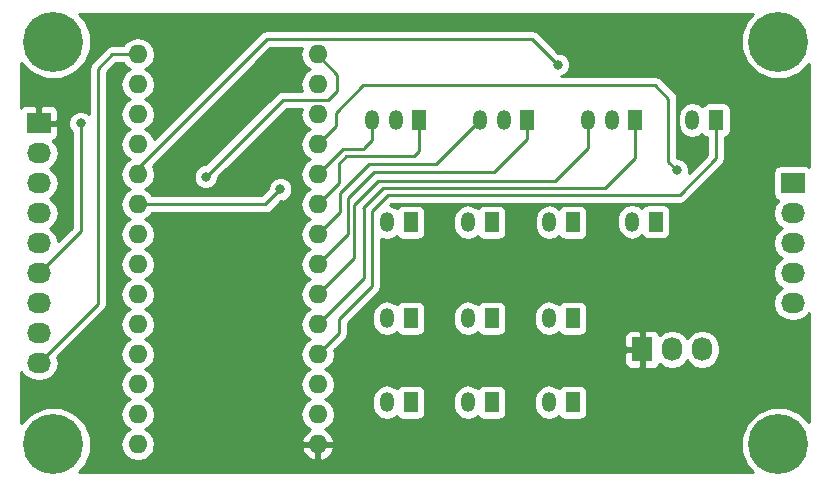
<source format=gtl>
G04 #@! TF.FileFunction,Copper,L1,Top,Signal*
%FSLAX46Y46*%
G04 Gerber Fmt 4.6, Leading zero omitted, Abs format (unit mm)*
G04 Created by KiCad (PCBNEW 4.0.1-stable) date 2016/05/21 17:47:10*
%MOMM*%
G01*
G04 APERTURE LIST*
%ADD10C,0.100000*%
%ADD11C,5.080000*%
%ADD12R,2.032000X1.727200*%
%ADD13O,2.032000X1.727200*%
%ADD14R,1.727200X2.032000*%
%ADD15O,1.727200X2.032000*%
%ADD16R,1.198880X1.699260*%
%ADD17O,1.198880X1.699260*%
%ADD18O,1.600000X1.600000*%
%ADD19C,0.800000*%
%ADD20C,0.250000*%
%ADD21C,0.254000*%
G04 APERTURE END LIST*
D10*
D11*
X153301700Y-87896700D03*
X153301700Y-53797200D03*
D12*
X90678000Y-60686950D03*
D13*
X90678000Y-63226950D03*
X90678000Y-65766950D03*
X90678000Y-68306950D03*
X90678000Y-70846950D03*
X90678000Y-73386950D03*
X90678000Y-75926950D03*
X90678000Y-78466950D03*
X90678000Y-81006950D03*
D14*
X141767560Y-79852520D03*
D15*
X144307560Y-79852520D03*
X146847560Y-79852520D03*
D16*
X122158760Y-84328000D03*
D17*
X120157240Y-84328000D03*
D16*
X129016760Y-84328000D03*
D17*
X127015240Y-84328000D03*
D16*
X135874760Y-84328000D03*
D17*
X133873240Y-84328000D03*
D18*
X99060000Y-87884000D03*
X99060000Y-85344000D03*
X99060000Y-82804000D03*
X99060000Y-80264000D03*
X99060000Y-77724000D03*
X99060000Y-75184000D03*
X99060000Y-72644000D03*
X99060000Y-70104000D03*
X99060000Y-67564000D03*
X99060000Y-65024000D03*
X99060000Y-62484000D03*
X99060000Y-59944000D03*
X99060000Y-57404000D03*
X99060000Y-54864000D03*
X114300000Y-54864000D03*
X114300000Y-57404000D03*
X114300000Y-59944000D03*
X114300000Y-62484000D03*
X114300000Y-65024000D03*
X114300000Y-67564000D03*
X114300000Y-70104000D03*
X114300000Y-72644000D03*
X114300000Y-75184000D03*
X114300000Y-77724000D03*
X114300000Y-80264000D03*
X114300000Y-82804000D03*
X114300000Y-85344000D03*
X114300000Y-87884000D03*
D11*
X91897200Y-53797200D03*
X91897200Y-87896700D03*
D16*
X122158760Y-77216000D03*
D17*
X120157240Y-77216000D03*
D16*
X129016760Y-77216000D03*
D17*
X127015240Y-77216000D03*
D16*
X135874760Y-77216000D03*
D17*
X133873240Y-77216000D03*
D16*
X122158760Y-69088000D03*
D17*
X120157240Y-69088000D03*
D16*
X129016760Y-69088000D03*
D17*
X127015240Y-69088000D03*
D16*
X135895080Y-69095620D03*
D17*
X133893560Y-69095620D03*
D16*
X142908020Y-69039740D03*
D17*
X140906500Y-69039740D03*
D16*
X122905520Y-60452000D03*
D17*
X118902480Y-60452000D03*
X120904000Y-60452000D03*
D16*
X132049520Y-60452000D03*
D17*
X128046480Y-60452000D03*
X130048000Y-60452000D03*
D16*
X141193520Y-60452000D03*
D17*
X137190480Y-60452000D03*
X139192000Y-60452000D03*
D16*
X148021040Y-60441840D03*
D17*
X146019520Y-60441840D03*
D12*
X154520900Y-65766950D03*
D13*
X154520900Y-68306950D03*
X154520900Y-70846950D03*
X154520900Y-73386950D03*
X154520900Y-75926950D03*
D19*
X94234000Y-60706000D03*
X104825800Y-65227200D03*
X144703800Y-64693800D03*
X111125000Y-66294000D03*
X134620000Y-55753000D03*
D20*
X114300000Y-87884000D02*
X135636000Y-87884000D01*
X141767560Y-81752440D02*
X135636000Y-87884000D01*
X141767560Y-81752440D02*
X141767560Y-79852520D01*
X90678000Y-73386950D02*
X90697050Y-73386950D01*
X90697050Y-73386950D02*
X94234000Y-69850000D01*
X94234000Y-69850000D02*
X94234000Y-60706000D01*
X114300000Y-54940200D02*
X115951000Y-56591200D01*
X115951000Y-56591200D02*
X115951000Y-57962800D01*
X115951000Y-57962800D02*
X115214400Y-58699400D01*
X115214400Y-58699400D02*
X113995200Y-58699400D01*
X104825800Y-65227200D02*
X111353600Y-58699400D01*
X111353600Y-58699400D02*
X113995200Y-58699400D01*
X99060000Y-54864000D02*
X97536000Y-54864000D01*
X95707200Y-75977750D02*
X90678000Y-81006950D01*
X95707200Y-56083200D02*
X95707200Y-75977750D01*
X96926400Y-54864000D02*
X95707200Y-56083200D01*
X97536000Y-54864000D02*
X96926400Y-54864000D01*
X118135400Y-57505600D02*
X142875000Y-57505600D01*
X143992600Y-63982600D02*
X144703800Y-64693800D01*
X143992600Y-58623200D02*
X143992600Y-63982600D01*
X142875000Y-57505600D02*
X143992600Y-58623200D01*
X115824000Y-60960000D02*
X115824000Y-59817000D01*
X115824000Y-59817000D02*
X118135400Y-57505600D01*
X115824000Y-60960000D02*
X114300000Y-62484000D01*
X99060000Y-67564000D02*
X109855000Y-67564000D01*
X109855000Y-67564000D02*
X111125000Y-66294000D01*
X132461000Y-53594000D02*
X134620000Y-55753000D01*
X109982000Y-53594000D02*
X132461000Y-53594000D01*
X98552000Y-65024000D02*
X109982000Y-53594000D01*
X116713000Y-63500000D02*
X122453400Y-63500000D01*
X116078000Y-64135000D02*
X116713000Y-63500000D01*
X114300000Y-67564000D02*
X116078000Y-65786000D01*
X122905520Y-63047880D02*
X122453400Y-63500000D01*
X122905520Y-63047880D02*
X122905520Y-60452000D01*
X116078000Y-65786000D02*
X116078000Y-64135000D01*
X114300000Y-65024000D02*
X115443000Y-63881000D01*
X118902480Y-62148720D02*
X118902480Y-60452000D01*
X118902480Y-62148720D02*
X118211600Y-62839600D01*
X118186200Y-62865000D02*
X118211600Y-62839600D01*
X116459000Y-62865000D02*
X118186200Y-62865000D01*
X115443000Y-63881000D02*
X116459000Y-62865000D01*
X114300000Y-72644000D02*
X116459000Y-70485000D01*
X116840000Y-67056000D02*
X116967000Y-66929000D01*
X116840000Y-70104000D02*
X116840000Y-67056000D01*
X116713000Y-70231000D02*
X116840000Y-70104000D01*
X116459000Y-70485000D02*
X116713000Y-70231000D01*
X132049520Y-60452000D02*
X132049520Y-62031880D01*
X119049800Y-64846200D02*
X116967000Y-66929000D01*
X116967000Y-66929000D02*
X116878100Y-67017900D01*
X129235200Y-64846200D02*
X119049800Y-64846200D01*
X132049520Y-62031880D02*
X129235200Y-64846200D01*
X114300000Y-70104000D02*
X115570000Y-68834000D01*
X124338080Y-64160400D02*
X128046480Y-60452000D01*
X118618000Y-64160400D02*
X124338080Y-64160400D01*
X116205000Y-66573400D02*
X118618000Y-64160400D01*
X116205000Y-68199000D02*
X116205000Y-66573400D01*
X115570000Y-68834000D02*
X116205000Y-68199000D01*
X114300000Y-77724000D02*
X116713000Y-75311000D01*
X118237000Y-67818000D02*
X119862600Y-66192400D01*
X118237000Y-73787000D02*
X118237000Y-67818000D01*
X116713000Y-75311000D02*
X118237000Y-73787000D01*
X141193520Y-60452000D02*
X141193520Y-63632080D01*
X119862600Y-66192400D02*
X118160800Y-67894200D01*
X138633200Y-66192400D02*
X119862600Y-66192400D01*
X141193520Y-63632080D02*
X138633200Y-66192400D01*
X114300000Y-75184000D02*
X117094000Y-72390000D01*
X117348000Y-67614800D02*
X117424200Y-67538600D01*
X117348000Y-72136000D02*
X117348000Y-67614800D01*
X117094000Y-72390000D02*
X117348000Y-72136000D01*
X117424200Y-67538600D02*
X119380000Y-65582800D01*
X119380000Y-65582800D02*
X134416800Y-65582800D01*
X134416800Y-65582800D02*
X137190480Y-62809120D01*
X137190480Y-62809120D02*
X137190480Y-60452000D01*
X114300000Y-80264000D02*
X116078000Y-78486000D01*
X148021040Y-63687960D02*
X148021040Y-60441840D01*
X144957800Y-66751200D02*
X148021040Y-63687960D01*
X120218200Y-66751200D02*
X144957800Y-66751200D01*
X118872000Y-68097400D02*
X120218200Y-66751200D01*
X118872000Y-74498200D02*
X118872000Y-68097400D01*
X116078000Y-77292200D02*
X118872000Y-74498200D01*
X116078000Y-78486000D02*
X116078000Y-77292200D01*
D21*
G36*
X150611635Y-51996359D02*
X150127252Y-53162883D01*
X150126150Y-54425976D01*
X150608496Y-55593343D01*
X151500859Y-56487265D01*
X152667383Y-56971648D01*
X153930476Y-56972750D01*
X155097843Y-56490404D01*
X155906000Y-55683656D01*
X155906000Y-64387005D01*
X155788790Y-64306919D01*
X155536900Y-64255910D01*
X153504900Y-64255910D01*
X153269583Y-64300188D01*
X153053459Y-64439260D01*
X152908469Y-64651460D01*
X152857460Y-64903350D01*
X152857460Y-66630550D01*
X152901738Y-66865867D01*
X153040810Y-67081991D01*
X153253010Y-67226981D01*
X153294339Y-67235350D01*
X153276485Y-67247280D01*
X152951629Y-67733461D01*
X152837555Y-68306950D01*
X152951629Y-68880439D01*
X153276485Y-69366620D01*
X153591266Y-69576950D01*
X153276485Y-69787280D01*
X152951629Y-70273461D01*
X152837555Y-70846950D01*
X152951629Y-71420439D01*
X153276485Y-71906620D01*
X153591266Y-72116950D01*
X153276485Y-72327280D01*
X152951629Y-72813461D01*
X152837555Y-73386950D01*
X152951629Y-73960439D01*
X153276485Y-74446620D01*
X153591266Y-74656950D01*
X153276485Y-74867280D01*
X152951629Y-75353461D01*
X152837555Y-75926950D01*
X152951629Y-76500439D01*
X153276485Y-76986620D01*
X153762666Y-77311476D01*
X154336155Y-77425550D01*
X154705645Y-77425550D01*
X155279134Y-77311476D01*
X155765315Y-76986620D01*
X155906000Y-76776070D01*
X155906000Y-86011498D01*
X155102541Y-85206635D01*
X153936017Y-84722252D01*
X152672924Y-84721150D01*
X151505557Y-85203496D01*
X150611635Y-86095859D01*
X150127252Y-87262383D01*
X150126150Y-88525476D01*
X150608496Y-89692843D01*
X151123653Y-90208900D01*
X94075013Y-90208900D01*
X94587265Y-89697541D01*
X95071648Y-88531017D01*
X95072750Y-87267924D01*
X94590404Y-86100557D01*
X93698041Y-85206635D01*
X92531517Y-84722252D01*
X91268424Y-84721150D01*
X90101057Y-85203496D01*
X89207135Y-86095859D01*
X89204000Y-86103409D01*
X89204000Y-81723022D01*
X89433585Y-82066620D01*
X89919766Y-82391476D01*
X90493255Y-82505550D01*
X90862745Y-82505550D01*
X91436234Y-82391476D01*
X91922415Y-82066620D01*
X92247271Y-81580439D01*
X92361345Y-81006950D01*
X92260381Y-80499371D01*
X96244601Y-76515151D01*
X96409348Y-76268589D01*
X96467200Y-75977750D01*
X96467200Y-56398002D01*
X97241202Y-55624000D01*
X97847005Y-55624000D01*
X98017189Y-55878698D01*
X98399275Y-56134000D01*
X98017189Y-56389302D01*
X97706120Y-56854849D01*
X97596887Y-57404000D01*
X97706120Y-57953151D01*
X98017189Y-58418698D01*
X98399275Y-58674000D01*
X98017189Y-58929302D01*
X97706120Y-59394849D01*
X97596887Y-59944000D01*
X97706120Y-60493151D01*
X98017189Y-60958698D01*
X98399275Y-61214000D01*
X98017189Y-61469302D01*
X97706120Y-61934849D01*
X97596887Y-62484000D01*
X97706120Y-63033151D01*
X98017189Y-63498698D01*
X98399275Y-63754000D01*
X98017189Y-64009302D01*
X97706120Y-64474849D01*
X97596887Y-65024000D01*
X97706120Y-65573151D01*
X98017189Y-66038698D01*
X98399275Y-66294000D01*
X98017189Y-66549302D01*
X97706120Y-67014849D01*
X97596887Y-67564000D01*
X97706120Y-68113151D01*
X98017189Y-68578698D01*
X98399275Y-68834000D01*
X98017189Y-69089302D01*
X97706120Y-69554849D01*
X97596887Y-70104000D01*
X97706120Y-70653151D01*
X98017189Y-71118698D01*
X98399275Y-71374000D01*
X98017189Y-71629302D01*
X97706120Y-72094849D01*
X97596887Y-72644000D01*
X97706120Y-73193151D01*
X98017189Y-73658698D01*
X98399275Y-73914000D01*
X98017189Y-74169302D01*
X97706120Y-74634849D01*
X97596887Y-75184000D01*
X97706120Y-75733151D01*
X98017189Y-76198698D01*
X98399275Y-76454000D01*
X98017189Y-76709302D01*
X97706120Y-77174849D01*
X97596887Y-77724000D01*
X97706120Y-78273151D01*
X98017189Y-78738698D01*
X98399275Y-78994000D01*
X98017189Y-79249302D01*
X97706120Y-79714849D01*
X97596887Y-80264000D01*
X97706120Y-80813151D01*
X98017189Y-81278698D01*
X98399275Y-81534000D01*
X98017189Y-81789302D01*
X97706120Y-82254849D01*
X97596887Y-82804000D01*
X97706120Y-83353151D01*
X98017189Y-83818698D01*
X98399275Y-84074000D01*
X98017189Y-84329302D01*
X97706120Y-84794849D01*
X97596887Y-85344000D01*
X97706120Y-85893151D01*
X98017189Y-86358698D01*
X98399275Y-86614000D01*
X98017189Y-86869302D01*
X97706120Y-87334849D01*
X97596887Y-87884000D01*
X97706120Y-88433151D01*
X98017189Y-88898698D01*
X98482736Y-89209767D01*
X99031887Y-89319000D01*
X99088113Y-89319000D01*
X99637264Y-89209767D01*
X100102811Y-88898698D01*
X100413880Y-88433151D01*
X100453684Y-88233039D01*
X112908096Y-88233039D01*
X113068959Y-88621423D01*
X113444866Y-89036389D01*
X113950959Y-89275914D01*
X114173000Y-89154629D01*
X114173000Y-88011000D01*
X114427000Y-88011000D01*
X114427000Y-89154629D01*
X114649041Y-89275914D01*
X115155134Y-89036389D01*
X115531041Y-88621423D01*
X115691904Y-88233039D01*
X115569915Y-88011000D01*
X114427000Y-88011000D01*
X114173000Y-88011000D01*
X113030085Y-88011000D01*
X112908096Y-88233039D01*
X100453684Y-88233039D01*
X100523113Y-87884000D01*
X100413880Y-87334849D01*
X100102811Y-86869302D01*
X99720725Y-86614000D01*
X100102811Y-86358698D01*
X100413880Y-85893151D01*
X100523113Y-85344000D01*
X100413880Y-84794849D01*
X100102811Y-84329302D01*
X99720725Y-84074000D01*
X100102811Y-83818698D01*
X100413880Y-83353151D01*
X100523113Y-82804000D01*
X100413880Y-82254849D01*
X100102811Y-81789302D01*
X99720725Y-81534000D01*
X100102811Y-81278698D01*
X100413880Y-80813151D01*
X100523113Y-80264000D01*
X100413880Y-79714849D01*
X100102811Y-79249302D01*
X99720725Y-78994000D01*
X100102811Y-78738698D01*
X100413880Y-78273151D01*
X100523113Y-77724000D01*
X100413880Y-77174849D01*
X100102811Y-76709302D01*
X99720725Y-76454000D01*
X100102811Y-76198698D01*
X100413880Y-75733151D01*
X100523113Y-75184000D01*
X100413880Y-74634849D01*
X100102811Y-74169302D01*
X99720725Y-73914000D01*
X100102811Y-73658698D01*
X100413880Y-73193151D01*
X100523113Y-72644000D01*
X100413880Y-72094849D01*
X100102811Y-71629302D01*
X99720725Y-71374000D01*
X100102811Y-71118698D01*
X100413880Y-70653151D01*
X100523113Y-70104000D01*
X100413880Y-69554849D01*
X100102811Y-69089302D01*
X99720725Y-68834000D01*
X100102811Y-68578698D01*
X100272995Y-68324000D01*
X109855000Y-68324000D01*
X110145839Y-68266148D01*
X110392401Y-68101401D01*
X111164767Y-67329035D01*
X111329971Y-67329179D01*
X111710515Y-67171942D01*
X112001919Y-66881046D01*
X112159820Y-66500777D01*
X112160179Y-66089029D01*
X112002942Y-65708485D01*
X111712046Y-65417081D01*
X111331777Y-65259180D01*
X110920029Y-65258821D01*
X110539485Y-65416058D01*
X110248081Y-65706954D01*
X110090180Y-66087223D01*
X110090034Y-66254164D01*
X109540198Y-66804000D01*
X100272995Y-66804000D01*
X100102811Y-66549302D01*
X99720725Y-66294000D01*
X100102811Y-66038698D01*
X100413880Y-65573151D01*
X100523113Y-65024000D01*
X100413880Y-64474849D01*
X100318580Y-64332222D01*
X110296802Y-54354000D01*
X112938332Y-54354000D01*
X112836887Y-54864000D01*
X112946120Y-55413151D01*
X113257189Y-55878698D01*
X113639275Y-56134000D01*
X113257189Y-56389302D01*
X112946120Y-56854849D01*
X112836887Y-57404000D01*
X112943385Y-57939400D01*
X111353600Y-57939400D01*
X111062760Y-57997252D01*
X110816199Y-58161999D01*
X104786033Y-64192165D01*
X104620829Y-64192021D01*
X104240285Y-64349258D01*
X103948881Y-64640154D01*
X103790980Y-65020423D01*
X103790621Y-65432171D01*
X103947858Y-65812715D01*
X104238754Y-66104119D01*
X104619023Y-66262020D01*
X105030771Y-66262379D01*
X105411315Y-66105142D01*
X105702719Y-65814246D01*
X105860620Y-65433977D01*
X105860766Y-65267036D01*
X111668402Y-59459400D01*
X112933280Y-59459400D01*
X112836887Y-59944000D01*
X112946120Y-60493151D01*
X113257189Y-60958698D01*
X113639275Y-61214000D01*
X113257189Y-61469302D01*
X112946120Y-61934849D01*
X112836887Y-62484000D01*
X112946120Y-63033151D01*
X113257189Y-63498698D01*
X113639275Y-63754000D01*
X113257189Y-64009302D01*
X112946120Y-64474849D01*
X112836887Y-65024000D01*
X112946120Y-65573151D01*
X113257189Y-66038698D01*
X113639275Y-66294000D01*
X113257189Y-66549302D01*
X112946120Y-67014849D01*
X112836887Y-67564000D01*
X112946120Y-68113151D01*
X113257189Y-68578698D01*
X113639275Y-68834000D01*
X113257189Y-69089302D01*
X112946120Y-69554849D01*
X112836887Y-70104000D01*
X112946120Y-70653151D01*
X113257189Y-71118698D01*
X113639275Y-71374000D01*
X113257189Y-71629302D01*
X112946120Y-72094849D01*
X112836887Y-72644000D01*
X112946120Y-73193151D01*
X113257189Y-73658698D01*
X113639275Y-73914000D01*
X113257189Y-74169302D01*
X112946120Y-74634849D01*
X112836887Y-75184000D01*
X112946120Y-75733151D01*
X113257189Y-76198698D01*
X113639275Y-76454000D01*
X113257189Y-76709302D01*
X112946120Y-77174849D01*
X112836887Y-77724000D01*
X112946120Y-78273151D01*
X113257189Y-78738698D01*
X113639275Y-78994000D01*
X113257189Y-79249302D01*
X112946120Y-79714849D01*
X112836887Y-80264000D01*
X112946120Y-80813151D01*
X113257189Y-81278698D01*
X113639275Y-81534000D01*
X113257189Y-81789302D01*
X112946120Y-82254849D01*
X112836887Y-82804000D01*
X112946120Y-83353151D01*
X113257189Y-83818698D01*
X113639275Y-84074000D01*
X113257189Y-84329302D01*
X112946120Y-84794849D01*
X112836887Y-85344000D01*
X112946120Y-85893151D01*
X113257189Y-86358698D01*
X113661703Y-86628986D01*
X113444866Y-86731611D01*
X113068959Y-87146577D01*
X112908096Y-87534961D01*
X113030085Y-87757000D01*
X114173000Y-87757000D01*
X114173000Y-87737000D01*
X114427000Y-87737000D01*
X114427000Y-87757000D01*
X115569915Y-87757000D01*
X115691904Y-87534961D01*
X115531041Y-87146577D01*
X115155134Y-86731611D01*
X114938297Y-86628986D01*
X115342811Y-86358698D01*
X115653880Y-85893151D01*
X115763113Y-85344000D01*
X115653880Y-84794849D01*
X115342811Y-84329302D01*
X114960725Y-84074000D01*
X114998553Y-84048724D01*
X118922800Y-84048724D01*
X118922800Y-84607276D01*
X119016766Y-85079676D01*
X119284359Y-85480157D01*
X119684840Y-85747750D01*
X120157240Y-85841716D01*
X120629640Y-85747750D01*
X121008642Y-85494509D01*
X121095230Y-85629071D01*
X121307430Y-85774061D01*
X121559320Y-85825070D01*
X122758200Y-85825070D01*
X122993517Y-85780792D01*
X123209641Y-85641720D01*
X123354631Y-85429520D01*
X123405640Y-85177630D01*
X123405640Y-84048724D01*
X125780800Y-84048724D01*
X125780800Y-84607276D01*
X125874766Y-85079676D01*
X126142359Y-85480157D01*
X126542840Y-85747750D01*
X127015240Y-85841716D01*
X127487640Y-85747750D01*
X127866642Y-85494509D01*
X127953230Y-85629071D01*
X128165430Y-85774061D01*
X128417320Y-85825070D01*
X129616200Y-85825070D01*
X129851517Y-85780792D01*
X130067641Y-85641720D01*
X130212631Y-85429520D01*
X130263640Y-85177630D01*
X130263640Y-84048724D01*
X132638800Y-84048724D01*
X132638800Y-84607276D01*
X132732766Y-85079676D01*
X133000359Y-85480157D01*
X133400840Y-85747750D01*
X133873240Y-85841716D01*
X134345640Y-85747750D01*
X134724642Y-85494509D01*
X134811230Y-85629071D01*
X135023430Y-85774061D01*
X135275320Y-85825070D01*
X136474200Y-85825070D01*
X136709517Y-85780792D01*
X136925641Y-85641720D01*
X137070631Y-85429520D01*
X137121640Y-85177630D01*
X137121640Y-83478370D01*
X137077362Y-83243053D01*
X136938290Y-83026929D01*
X136726090Y-82881939D01*
X136474200Y-82830930D01*
X135275320Y-82830930D01*
X135040003Y-82875208D01*
X134823879Y-83014280D01*
X134723716Y-83160873D01*
X134345640Y-82908250D01*
X133873240Y-82814284D01*
X133400840Y-82908250D01*
X133000359Y-83175843D01*
X132732766Y-83576324D01*
X132638800Y-84048724D01*
X130263640Y-84048724D01*
X130263640Y-83478370D01*
X130219362Y-83243053D01*
X130080290Y-83026929D01*
X129868090Y-82881939D01*
X129616200Y-82830930D01*
X128417320Y-82830930D01*
X128182003Y-82875208D01*
X127965879Y-83014280D01*
X127865716Y-83160873D01*
X127487640Y-82908250D01*
X127015240Y-82814284D01*
X126542840Y-82908250D01*
X126142359Y-83175843D01*
X125874766Y-83576324D01*
X125780800Y-84048724D01*
X123405640Y-84048724D01*
X123405640Y-83478370D01*
X123361362Y-83243053D01*
X123222290Y-83026929D01*
X123010090Y-82881939D01*
X122758200Y-82830930D01*
X121559320Y-82830930D01*
X121324003Y-82875208D01*
X121107879Y-83014280D01*
X121007716Y-83160873D01*
X120629640Y-82908250D01*
X120157240Y-82814284D01*
X119684840Y-82908250D01*
X119284359Y-83175843D01*
X119016766Y-83576324D01*
X118922800Y-84048724D01*
X114998553Y-84048724D01*
X115342811Y-83818698D01*
X115653880Y-83353151D01*
X115763113Y-82804000D01*
X115653880Y-82254849D01*
X115342811Y-81789302D01*
X114960725Y-81534000D01*
X115342811Y-81278698D01*
X115653880Y-80813151D01*
X115763113Y-80264000D01*
X115738104Y-80138270D01*
X140268960Y-80138270D01*
X140268960Y-80994829D01*
X140365633Y-81228218D01*
X140544261Y-81406847D01*
X140777650Y-81503520D01*
X141481810Y-81503520D01*
X141640560Y-81344770D01*
X141640560Y-79979520D01*
X140427710Y-79979520D01*
X140268960Y-80138270D01*
X115738104Y-80138270D01*
X115698688Y-79940114D01*
X116615401Y-79023401D01*
X116780148Y-78776839D01*
X116838000Y-78486000D01*
X116838000Y-77607002D01*
X117508278Y-76936724D01*
X118922800Y-76936724D01*
X118922800Y-77495276D01*
X119016766Y-77967676D01*
X119284359Y-78368157D01*
X119684840Y-78635750D01*
X120157240Y-78729716D01*
X120629640Y-78635750D01*
X121008642Y-78382509D01*
X121095230Y-78517071D01*
X121307430Y-78662061D01*
X121559320Y-78713070D01*
X122758200Y-78713070D01*
X122993517Y-78668792D01*
X123209641Y-78529720D01*
X123354631Y-78317520D01*
X123405640Y-78065630D01*
X123405640Y-76936724D01*
X125780800Y-76936724D01*
X125780800Y-77495276D01*
X125874766Y-77967676D01*
X126142359Y-78368157D01*
X126542840Y-78635750D01*
X127015240Y-78729716D01*
X127487640Y-78635750D01*
X127866642Y-78382509D01*
X127953230Y-78517071D01*
X128165430Y-78662061D01*
X128417320Y-78713070D01*
X129616200Y-78713070D01*
X129851517Y-78668792D01*
X130067641Y-78529720D01*
X130212631Y-78317520D01*
X130263640Y-78065630D01*
X130263640Y-76936724D01*
X132638800Y-76936724D01*
X132638800Y-77495276D01*
X132732766Y-77967676D01*
X133000359Y-78368157D01*
X133400840Y-78635750D01*
X133873240Y-78729716D01*
X134345640Y-78635750D01*
X134724642Y-78382509D01*
X134811230Y-78517071D01*
X135023430Y-78662061D01*
X135275320Y-78713070D01*
X136474200Y-78713070D01*
X136489394Y-78710211D01*
X140268960Y-78710211D01*
X140268960Y-79566770D01*
X140427710Y-79725520D01*
X141640560Y-79725520D01*
X141640560Y-78360270D01*
X141894560Y-78360270D01*
X141894560Y-79725520D01*
X141914560Y-79725520D01*
X141914560Y-79979520D01*
X141894560Y-79979520D01*
X141894560Y-81344770D01*
X142053310Y-81503520D01*
X142757470Y-81503520D01*
X142990859Y-81406847D01*
X143169487Y-81228218D01*
X143233060Y-81074740D01*
X143247890Y-81096935D01*
X143734071Y-81421791D01*
X144307560Y-81535865D01*
X144881049Y-81421791D01*
X145367230Y-81096935D01*
X145577560Y-80782154D01*
X145787890Y-81096935D01*
X146274071Y-81421791D01*
X146847560Y-81535865D01*
X147421049Y-81421791D01*
X147907230Y-81096935D01*
X148232086Y-80610754D01*
X148346160Y-80037265D01*
X148346160Y-79667775D01*
X148232086Y-79094286D01*
X147907230Y-78608105D01*
X147421049Y-78283249D01*
X146847560Y-78169175D01*
X146274071Y-78283249D01*
X145787890Y-78608105D01*
X145577560Y-78922886D01*
X145367230Y-78608105D01*
X144881049Y-78283249D01*
X144307560Y-78169175D01*
X143734071Y-78283249D01*
X143247890Y-78608105D01*
X143233060Y-78630300D01*
X143169487Y-78476822D01*
X142990859Y-78298193D01*
X142757470Y-78201520D01*
X142053310Y-78201520D01*
X141894560Y-78360270D01*
X141640560Y-78360270D01*
X141481810Y-78201520D01*
X140777650Y-78201520D01*
X140544261Y-78298193D01*
X140365633Y-78476822D01*
X140268960Y-78710211D01*
X136489394Y-78710211D01*
X136709517Y-78668792D01*
X136925641Y-78529720D01*
X137070631Y-78317520D01*
X137121640Y-78065630D01*
X137121640Y-76366370D01*
X137077362Y-76131053D01*
X136938290Y-75914929D01*
X136726090Y-75769939D01*
X136474200Y-75718930D01*
X135275320Y-75718930D01*
X135040003Y-75763208D01*
X134823879Y-75902280D01*
X134723716Y-76048873D01*
X134345640Y-75796250D01*
X133873240Y-75702284D01*
X133400840Y-75796250D01*
X133000359Y-76063843D01*
X132732766Y-76464324D01*
X132638800Y-76936724D01*
X130263640Y-76936724D01*
X130263640Y-76366370D01*
X130219362Y-76131053D01*
X130080290Y-75914929D01*
X129868090Y-75769939D01*
X129616200Y-75718930D01*
X128417320Y-75718930D01*
X128182003Y-75763208D01*
X127965879Y-75902280D01*
X127865716Y-76048873D01*
X127487640Y-75796250D01*
X127015240Y-75702284D01*
X126542840Y-75796250D01*
X126142359Y-76063843D01*
X125874766Y-76464324D01*
X125780800Y-76936724D01*
X123405640Y-76936724D01*
X123405640Y-76366370D01*
X123361362Y-76131053D01*
X123222290Y-75914929D01*
X123010090Y-75769939D01*
X122758200Y-75718930D01*
X121559320Y-75718930D01*
X121324003Y-75763208D01*
X121107879Y-75902280D01*
X121007716Y-76048873D01*
X120629640Y-75796250D01*
X120157240Y-75702284D01*
X119684840Y-75796250D01*
X119284359Y-76063843D01*
X119016766Y-76464324D01*
X118922800Y-76936724D01*
X117508278Y-76936724D01*
X119409401Y-75035601D01*
X119574148Y-74789039D01*
X119632000Y-74498200D01*
X119632000Y-70472443D01*
X119684840Y-70507750D01*
X120157240Y-70601716D01*
X120629640Y-70507750D01*
X121008642Y-70254509D01*
X121095230Y-70389071D01*
X121307430Y-70534061D01*
X121559320Y-70585070D01*
X122758200Y-70585070D01*
X122993517Y-70540792D01*
X123209641Y-70401720D01*
X123354631Y-70189520D01*
X123405640Y-69937630D01*
X123405640Y-68808724D01*
X125780800Y-68808724D01*
X125780800Y-69367276D01*
X125874766Y-69839676D01*
X126142359Y-70240157D01*
X126542840Y-70507750D01*
X127015240Y-70601716D01*
X127487640Y-70507750D01*
X127866642Y-70254509D01*
X127953230Y-70389071D01*
X128165430Y-70534061D01*
X128417320Y-70585070D01*
X129616200Y-70585070D01*
X129851517Y-70540792D01*
X130067641Y-70401720D01*
X130212631Y-70189520D01*
X130263640Y-69937630D01*
X130263640Y-68816344D01*
X132659120Y-68816344D01*
X132659120Y-69374896D01*
X132753086Y-69847296D01*
X133020679Y-70247777D01*
X133421160Y-70515370D01*
X133893560Y-70609336D01*
X134365960Y-70515370D01*
X134744962Y-70262129D01*
X134831550Y-70396691D01*
X135043750Y-70541681D01*
X135295640Y-70592690D01*
X136494520Y-70592690D01*
X136729837Y-70548412D01*
X136945961Y-70409340D01*
X137090951Y-70197140D01*
X137141960Y-69945250D01*
X137141960Y-68760464D01*
X139672060Y-68760464D01*
X139672060Y-69319016D01*
X139766026Y-69791416D01*
X140033619Y-70191897D01*
X140434100Y-70459490D01*
X140906500Y-70553456D01*
X141378900Y-70459490D01*
X141757902Y-70206249D01*
X141844490Y-70340811D01*
X142056690Y-70485801D01*
X142308580Y-70536810D01*
X143507460Y-70536810D01*
X143742777Y-70492532D01*
X143958901Y-70353460D01*
X144103891Y-70141260D01*
X144154900Y-69889370D01*
X144154900Y-68190110D01*
X144110622Y-67954793D01*
X143971550Y-67738669D01*
X143759350Y-67593679D01*
X143507460Y-67542670D01*
X142308580Y-67542670D01*
X142073263Y-67586948D01*
X141857139Y-67726020D01*
X141756976Y-67872613D01*
X141378900Y-67619990D01*
X140906500Y-67526024D01*
X140434100Y-67619990D01*
X140033619Y-67887583D01*
X139766026Y-68288064D01*
X139672060Y-68760464D01*
X137141960Y-68760464D01*
X137141960Y-68245990D01*
X137097682Y-68010673D01*
X136958610Y-67794549D01*
X136746410Y-67649559D01*
X136494520Y-67598550D01*
X135295640Y-67598550D01*
X135060323Y-67642828D01*
X134844199Y-67781900D01*
X134744036Y-67928493D01*
X134365960Y-67675870D01*
X133893560Y-67581904D01*
X133421160Y-67675870D01*
X133020679Y-67943463D01*
X132753086Y-68343944D01*
X132659120Y-68816344D01*
X130263640Y-68816344D01*
X130263640Y-68238370D01*
X130219362Y-68003053D01*
X130080290Y-67786929D01*
X129868090Y-67641939D01*
X129616200Y-67590930D01*
X128417320Y-67590930D01*
X128182003Y-67635208D01*
X127965879Y-67774280D01*
X127865716Y-67920873D01*
X127487640Y-67668250D01*
X127015240Y-67574284D01*
X126542840Y-67668250D01*
X126142359Y-67935843D01*
X125874766Y-68336324D01*
X125780800Y-68808724D01*
X123405640Y-68808724D01*
X123405640Y-68238370D01*
X123361362Y-68003053D01*
X123222290Y-67786929D01*
X123010090Y-67641939D01*
X122758200Y-67590930D01*
X121559320Y-67590930D01*
X121324003Y-67635208D01*
X121107879Y-67774280D01*
X121007716Y-67920873D01*
X120629640Y-67668250D01*
X120418041Y-67626161D01*
X120533002Y-67511200D01*
X144957800Y-67511200D01*
X145248639Y-67453348D01*
X145495201Y-67288601D01*
X148558441Y-64225361D01*
X148723188Y-63978799D01*
X148781040Y-63687960D01*
X148781040Y-61908699D01*
X148855797Y-61894632D01*
X149071921Y-61755560D01*
X149216911Y-61543360D01*
X149267920Y-61291470D01*
X149267920Y-59592210D01*
X149223642Y-59356893D01*
X149084570Y-59140769D01*
X148872370Y-58995779D01*
X148620480Y-58944770D01*
X147421600Y-58944770D01*
X147186283Y-58989048D01*
X146970159Y-59128120D01*
X146869996Y-59274713D01*
X146491920Y-59022090D01*
X146019520Y-58928124D01*
X145547120Y-59022090D01*
X145146639Y-59289683D01*
X144879046Y-59690164D01*
X144785080Y-60162564D01*
X144785080Y-60721116D01*
X144879046Y-61193516D01*
X145146639Y-61593997D01*
X145547120Y-61861590D01*
X146019520Y-61955556D01*
X146491920Y-61861590D01*
X146870922Y-61608349D01*
X146957510Y-61742911D01*
X147169710Y-61887901D01*
X147261040Y-61906396D01*
X147261040Y-63373158D01*
X145738624Y-64895574D01*
X145738979Y-64488829D01*
X145581742Y-64108285D01*
X145290846Y-63816881D01*
X144910577Y-63658980D01*
X144752600Y-63658842D01*
X144752600Y-58623200D01*
X144694748Y-58332361D01*
X144530001Y-58085799D01*
X143412401Y-56968199D01*
X143165839Y-56803452D01*
X142875000Y-56745600D01*
X134928020Y-56745600D01*
X135205515Y-56630942D01*
X135496919Y-56340046D01*
X135654820Y-55959777D01*
X135655179Y-55548029D01*
X135497942Y-55167485D01*
X135207046Y-54876081D01*
X134826777Y-54718180D01*
X134659836Y-54718034D01*
X132998401Y-53056599D01*
X132751839Y-52891852D01*
X132461000Y-52834000D01*
X109982000Y-52834000D01*
X109691161Y-52891852D01*
X109444599Y-53056599D01*
X100439176Y-62062022D01*
X100413880Y-61934849D01*
X100102811Y-61469302D01*
X99720725Y-61214000D01*
X100102811Y-60958698D01*
X100413880Y-60493151D01*
X100523113Y-59944000D01*
X100413880Y-59394849D01*
X100102811Y-58929302D01*
X99720725Y-58674000D01*
X100102811Y-58418698D01*
X100413880Y-57953151D01*
X100523113Y-57404000D01*
X100413880Y-56854849D01*
X100102811Y-56389302D01*
X99720725Y-56134000D01*
X100102811Y-55878698D01*
X100413880Y-55413151D01*
X100523113Y-54864000D01*
X100413880Y-54314849D01*
X100102811Y-53849302D01*
X99637264Y-53538233D01*
X99088113Y-53429000D01*
X99031887Y-53429000D01*
X98482736Y-53538233D01*
X98017189Y-53849302D01*
X97847005Y-54104000D01*
X96926400Y-54104000D01*
X96635560Y-54161852D01*
X96388999Y-54326599D01*
X95169799Y-55545799D01*
X95005052Y-55792361D01*
X94947200Y-56083200D01*
X94947200Y-59955455D01*
X94821046Y-59829081D01*
X94440777Y-59671180D01*
X94029029Y-59670821D01*
X93648485Y-59828058D01*
X93357081Y-60118954D01*
X93199180Y-60499223D01*
X93198821Y-60910971D01*
X93356058Y-61291515D01*
X93474000Y-61409663D01*
X93474000Y-69535198D01*
X92328313Y-70680885D01*
X92247271Y-70273461D01*
X91922415Y-69787280D01*
X91607634Y-69576950D01*
X91922415Y-69366620D01*
X92247271Y-68880439D01*
X92361345Y-68306950D01*
X92247271Y-67733461D01*
X91922415Y-67247280D01*
X91607634Y-67036950D01*
X91922415Y-66826620D01*
X92247271Y-66340439D01*
X92361345Y-65766950D01*
X92247271Y-65193461D01*
X91922415Y-64707280D01*
X91607634Y-64496950D01*
X91922415Y-64286620D01*
X92247271Y-63800439D01*
X92361345Y-63226950D01*
X92247271Y-62653461D01*
X91922415Y-62167280D01*
X91900220Y-62152450D01*
X92053699Y-62088877D01*
X92232327Y-61910248D01*
X92329000Y-61676859D01*
X92329000Y-60972700D01*
X92170250Y-60813950D01*
X90805000Y-60813950D01*
X90805000Y-60833950D01*
X90551000Y-60833950D01*
X90551000Y-60813950D01*
X90531000Y-60813950D01*
X90531000Y-60559950D01*
X90551000Y-60559950D01*
X90551000Y-59347100D01*
X90805000Y-59347100D01*
X90805000Y-60559950D01*
X92170250Y-60559950D01*
X92329000Y-60401200D01*
X92329000Y-59697041D01*
X92232327Y-59463652D01*
X92053699Y-59285023D01*
X91820310Y-59188350D01*
X90963750Y-59188350D01*
X90805000Y-59347100D01*
X90551000Y-59347100D01*
X90392250Y-59188350D01*
X89535690Y-59188350D01*
X89302301Y-59285023D01*
X89204000Y-59383325D01*
X89204000Y-55593347D01*
X90096359Y-56487265D01*
X91262883Y-56971648D01*
X92525976Y-56972750D01*
X93693343Y-56490404D01*
X94587265Y-55598041D01*
X95071648Y-54431517D01*
X95072750Y-53168424D01*
X94590404Y-52001057D01*
X94075247Y-51485000D01*
X151123887Y-51485000D01*
X150611635Y-51996359D01*
X150611635Y-51996359D01*
G37*
X150611635Y-51996359D02*
X150127252Y-53162883D01*
X150126150Y-54425976D01*
X150608496Y-55593343D01*
X151500859Y-56487265D01*
X152667383Y-56971648D01*
X153930476Y-56972750D01*
X155097843Y-56490404D01*
X155906000Y-55683656D01*
X155906000Y-64387005D01*
X155788790Y-64306919D01*
X155536900Y-64255910D01*
X153504900Y-64255910D01*
X153269583Y-64300188D01*
X153053459Y-64439260D01*
X152908469Y-64651460D01*
X152857460Y-64903350D01*
X152857460Y-66630550D01*
X152901738Y-66865867D01*
X153040810Y-67081991D01*
X153253010Y-67226981D01*
X153294339Y-67235350D01*
X153276485Y-67247280D01*
X152951629Y-67733461D01*
X152837555Y-68306950D01*
X152951629Y-68880439D01*
X153276485Y-69366620D01*
X153591266Y-69576950D01*
X153276485Y-69787280D01*
X152951629Y-70273461D01*
X152837555Y-70846950D01*
X152951629Y-71420439D01*
X153276485Y-71906620D01*
X153591266Y-72116950D01*
X153276485Y-72327280D01*
X152951629Y-72813461D01*
X152837555Y-73386950D01*
X152951629Y-73960439D01*
X153276485Y-74446620D01*
X153591266Y-74656950D01*
X153276485Y-74867280D01*
X152951629Y-75353461D01*
X152837555Y-75926950D01*
X152951629Y-76500439D01*
X153276485Y-76986620D01*
X153762666Y-77311476D01*
X154336155Y-77425550D01*
X154705645Y-77425550D01*
X155279134Y-77311476D01*
X155765315Y-76986620D01*
X155906000Y-76776070D01*
X155906000Y-86011498D01*
X155102541Y-85206635D01*
X153936017Y-84722252D01*
X152672924Y-84721150D01*
X151505557Y-85203496D01*
X150611635Y-86095859D01*
X150127252Y-87262383D01*
X150126150Y-88525476D01*
X150608496Y-89692843D01*
X151123653Y-90208900D01*
X94075013Y-90208900D01*
X94587265Y-89697541D01*
X95071648Y-88531017D01*
X95072750Y-87267924D01*
X94590404Y-86100557D01*
X93698041Y-85206635D01*
X92531517Y-84722252D01*
X91268424Y-84721150D01*
X90101057Y-85203496D01*
X89207135Y-86095859D01*
X89204000Y-86103409D01*
X89204000Y-81723022D01*
X89433585Y-82066620D01*
X89919766Y-82391476D01*
X90493255Y-82505550D01*
X90862745Y-82505550D01*
X91436234Y-82391476D01*
X91922415Y-82066620D01*
X92247271Y-81580439D01*
X92361345Y-81006950D01*
X92260381Y-80499371D01*
X96244601Y-76515151D01*
X96409348Y-76268589D01*
X96467200Y-75977750D01*
X96467200Y-56398002D01*
X97241202Y-55624000D01*
X97847005Y-55624000D01*
X98017189Y-55878698D01*
X98399275Y-56134000D01*
X98017189Y-56389302D01*
X97706120Y-56854849D01*
X97596887Y-57404000D01*
X97706120Y-57953151D01*
X98017189Y-58418698D01*
X98399275Y-58674000D01*
X98017189Y-58929302D01*
X97706120Y-59394849D01*
X97596887Y-59944000D01*
X97706120Y-60493151D01*
X98017189Y-60958698D01*
X98399275Y-61214000D01*
X98017189Y-61469302D01*
X97706120Y-61934849D01*
X97596887Y-62484000D01*
X97706120Y-63033151D01*
X98017189Y-63498698D01*
X98399275Y-63754000D01*
X98017189Y-64009302D01*
X97706120Y-64474849D01*
X97596887Y-65024000D01*
X97706120Y-65573151D01*
X98017189Y-66038698D01*
X98399275Y-66294000D01*
X98017189Y-66549302D01*
X97706120Y-67014849D01*
X97596887Y-67564000D01*
X97706120Y-68113151D01*
X98017189Y-68578698D01*
X98399275Y-68834000D01*
X98017189Y-69089302D01*
X97706120Y-69554849D01*
X97596887Y-70104000D01*
X97706120Y-70653151D01*
X98017189Y-71118698D01*
X98399275Y-71374000D01*
X98017189Y-71629302D01*
X97706120Y-72094849D01*
X97596887Y-72644000D01*
X97706120Y-73193151D01*
X98017189Y-73658698D01*
X98399275Y-73914000D01*
X98017189Y-74169302D01*
X97706120Y-74634849D01*
X97596887Y-75184000D01*
X97706120Y-75733151D01*
X98017189Y-76198698D01*
X98399275Y-76454000D01*
X98017189Y-76709302D01*
X97706120Y-77174849D01*
X97596887Y-77724000D01*
X97706120Y-78273151D01*
X98017189Y-78738698D01*
X98399275Y-78994000D01*
X98017189Y-79249302D01*
X97706120Y-79714849D01*
X97596887Y-80264000D01*
X97706120Y-80813151D01*
X98017189Y-81278698D01*
X98399275Y-81534000D01*
X98017189Y-81789302D01*
X97706120Y-82254849D01*
X97596887Y-82804000D01*
X97706120Y-83353151D01*
X98017189Y-83818698D01*
X98399275Y-84074000D01*
X98017189Y-84329302D01*
X97706120Y-84794849D01*
X97596887Y-85344000D01*
X97706120Y-85893151D01*
X98017189Y-86358698D01*
X98399275Y-86614000D01*
X98017189Y-86869302D01*
X97706120Y-87334849D01*
X97596887Y-87884000D01*
X97706120Y-88433151D01*
X98017189Y-88898698D01*
X98482736Y-89209767D01*
X99031887Y-89319000D01*
X99088113Y-89319000D01*
X99637264Y-89209767D01*
X100102811Y-88898698D01*
X100413880Y-88433151D01*
X100453684Y-88233039D01*
X112908096Y-88233039D01*
X113068959Y-88621423D01*
X113444866Y-89036389D01*
X113950959Y-89275914D01*
X114173000Y-89154629D01*
X114173000Y-88011000D01*
X114427000Y-88011000D01*
X114427000Y-89154629D01*
X114649041Y-89275914D01*
X115155134Y-89036389D01*
X115531041Y-88621423D01*
X115691904Y-88233039D01*
X115569915Y-88011000D01*
X114427000Y-88011000D01*
X114173000Y-88011000D01*
X113030085Y-88011000D01*
X112908096Y-88233039D01*
X100453684Y-88233039D01*
X100523113Y-87884000D01*
X100413880Y-87334849D01*
X100102811Y-86869302D01*
X99720725Y-86614000D01*
X100102811Y-86358698D01*
X100413880Y-85893151D01*
X100523113Y-85344000D01*
X100413880Y-84794849D01*
X100102811Y-84329302D01*
X99720725Y-84074000D01*
X100102811Y-83818698D01*
X100413880Y-83353151D01*
X100523113Y-82804000D01*
X100413880Y-82254849D01*
X100102811Y-81789302D01*
X99720725Y-81534000D01*
X100102811Y-81278698D01*
X100413880Y-80813151D01*
X100523113Y-80264000D01*
X100413880Y-79714849D01*
X100102811Y-79249302D01*
X99720725Y-78994000D01*
X100102811Y-78738698D01*
X100413880Y-78273151D01*
X100523113Y-77724000D01*
X100413880Y-77174849D01*
X100102811Y-76709302D01*
X99720725Y-76454000D01*
X100102811Y-76198698D01*
X100413880Y-75733151D01*
X100523113Y-75184000D01*
X100413880Y-74634849D01*
X100102811Y-74169302D01*
X99720725Y-73914000D01*
X100102811Y-73658698D01*
X100413880Y-73193151D01*
X100523113Y-72644000D01*
X100413880Y-72094849D01*
X100102811Y-71629302D01*
X99720725Y-71374000D01*
X100102811Y-71118698D01*
X100413880Y-70653151D01*
X100523113Y-70104000D01*
X100413880Y-69554849D01*
X100102811Y-69089302D01*
X99720725Y-68834000D01*
X100102811Y-68578698D01*
X100272995Y-68324000D01*
X109855000Y-68324000D01*
X110145839Y-68266148D01*
X110392401Y-68101401D01*
X111164767Y-67329035D01*
X111329971Y-67329179D01*
X111710515Y-67171942D01*
X112001919Y-66881046D01*
X112159820Y-66500777D01*
X112160179Y-66089029D01*
X112002942Y-65708485D01*
X111712046Y-65417081D01*
X111331777Y-65259180D01*
X110920029Y-65258821D01*
X110539485Y-65416058D01*
X110248081Y-65706954D01*
X110090180Y-66087223D01*
X110090034Y-66254164D01*
X109540198Y-66804000D01*
X100272995Y-66804000D01*
X100102811Y-66549302D01*
X99720725Y-66294000D01*
X100102811Y-66038698D01*
X100413880Y-65573151D01*
X100523113Y-65024000D01*
X100413880Y-64474849D01*
X100318580Y-64332222D01*
X110296802Y-54354000D01*
X112938332Y-54354000D01*
X112836887Y-54864000D01*
X112946120Y-55413151D01*
X113257189Y-55878698D01*
X113639275Y-56134000D01*
X113257189Y-56389302D01*
X112946120Y-56854849D01*
X112836887Y-57404000D01*
X112943385Y-57939400D01*
X111353600Y-57939400D01*
X111062760Y-57997252D01*
X110816199Y-58161999D01*
X104786033Y-64192165D01*
X104620829Y-64192021D01*
X104240285Y-64349258D01*
X103948881Y-64640154D01*
X103790980Y-65020423D01*
X103790621Y-65432171D01*
X103947858Y-65812715D01*
X104238754Y-66104119D01*
X104619023Y-66262020D01*
X105030771Y-66262379D01*
X105411315Y-66105142D01*
X105702719Y-65814246D01*
X105860620Y-65433977D01*
X105860766Y-65267036D01*
X111668402Y-59459400D01*
X112933280Y-59459400D01*
X112836887Y-59944000D01*
X112946120Y-60493151D01*
X113257189Y-60958698D01*
X113639275Y-61214000D01*
X113257189Y-61469302D01*
X112946120Y-61934849D01*
X112836887Y-62484000D01*
X112946120Y-63033151D01*
X113257189Y-63498698D01*
X113639275Y-63754000D01*
X113257189Y-64009302D01*
X112946120Y-64474849D01*
X112836887Y-65024000D01*
X112946120Y-65573151D01*
X113257189Y-66038698D01*
X113639275Y-66294000D01*
X113257189Y-66549302D01*
X112946120Y-67014849D01*
X112836887Y-67564000D01*
X112946120Y-68113151D01*
X113257189Y-68578698D01*
X113639275Y-68834000D01*
X113257189Y-69089302D01*
X112946120Y-69554849D01*
X112836887Y-70104000D01*
X112946120Y-70653151D01*
X113257189Y-71118698D01*
X113639275Y-71374000D01*
X113257189Y-71629302D01*
X112946120Y-72094849D01*
X112836887Y-72644000D01*
X112946120Y-73193151D01*
X113257189Y-73658698D01*
X113639275Y-73914000D01*
X113257189Y-74169302D01*
X112946120Y-74634849D01*
X112836887Y-75184000D01*
X112946120Y-75733151D01*
X113257189Y-76198698D01*
X113639275Y-76454000D01*
X113257189Y-76709302D01*
X112946120Y-77174849D01*
X112836887Y-77724000D01*
X112946120Y-78273151D01*
X113257189Y-78738698D01*
X113639275Y-78994000D01*
X113257189Y-79249302D01*
X112946120Y-79714849D01*
X112836887Y-80264000D01*
X112946120Y-80813151D01*
X113257189Y-81278698D01*
X113639275Y-81534000D01*
X113257189Y-81789302D01*
X112946120Y-82254849D01*
X112836887Y-82804000D01*
X112946120Y-83353151D01*
X113257189Y-83818698D01*
X113639275Y-84074000D01*
X113257189Y-84329302D01*
X112946120Y-84794849D01*
X112836887Y-85344000D01*
X112946120Y-85893151D01*
X113257189Y-86358698D01*
X113661703Y-86628986D01*
X113444866Y-86731611D01*
X113068959Y-87146577D01*
X112908096Y-87534961D01*
X113030085Y-87757000D01*
X114173000Y-87757000D01*
X114173000Y-87737000D01*
X114427000Y-87737000D01*
X114427000Y-87757000D01*
X115569915Y-87757000D01*
X115691904Y-87534961D01*
X115531041Y-87146577D01*
X115155134Y-86731611D01*
X114938297Y-86628986D01*
X115342811Y-86358698D01*
X115653880Y-85893151D01*
X115763113Y-85344000D01*
X115653880Y-84794849D01*
X115342811Y-84329302D01*
X114960725Y-84074000D01*
X114998553Y-84048724D01*
X118922800Y-84048724D01*
X118922800Y-84607276D01*
X119016766Y-85079676D01*
X119284359Y-85480157D01*
X119684840Y-85747750D01*
X120157240Y-85841716D01*
X120629640Y-85747750D01*
X121008642Y-85494509D01*
X121095230Y-85629071D01*
X121307430Y-85774061D01*
X121559320Y-85825070D01*
X122758200Y-85825070D01*
X122993517Y-85780792D01*
X123209641Y-85641720D01*
X123354631Y-85429520D01*
X123405640Y-85177630D01*
X123405640Y-84048724D01*
X125780800Y-84048724D01*
X125780800Y-84607276D01*
X125874766Y-85079676D01*
X126142359Y-85480157D01*
X126542840Y-85747750D01*
X127015240Y-85841716D01*
X127487640Y-85747750D01*
X127866642Y-85494509D01*
X127953230Y-85629071D01*
X128165430Y-85774061D01*
X128417320Y-85825070D01*
X129616200Y-85825070D01*
X129851517Y-85780792D01*
X130067641Y-85641720D01*
X130212631Y-85429520D01*
X130263640Y-85177630D01*
X130263640Y-84048724D01*
X132638800Y-84048724D01*
X132638800Y-84607276D01*
X132732766Y-85079676D01*
X133000359Y-85480157D01*
X133400840Y-85747750D01*
X133873240Y-85841716D01*
X134345640Y-85747750D01*
X134724642Y-85494509D01*
X134811230Y-85629071D01*
X135023430Y-85774061D01*
X135275320Y-85825070D01*
X136474200Y-85825070D01*
X136709517Y-85780792D01*
X136925641Y-85641720D01*
X137070631Y-85429520D01*
X137121640Y-85177630D01*
X137121640Y-83478370D01*
X137077362Y-83243053D01*
X136938290Y-83026929D01*
X136726090Y-82881939D01*
X136474200Y-82830930D01*
X135275320Y-82830930D01*
X135040003Y-82875208D01*
X134823879Y-83014280D01*
X134723716Y-83160873D01*
X134345640Y-82908250D01*
X133873240Y-82814284D01*
X133400840Y-82908250D01*
X133000359Y-83175843D01*
X132732766Y-83576324D01*
X132638800Y-84048724D01*
X130263640Y-84048724D01*
X130263640Y-83478370D01*
X130219362Y-83243053D01*
X130080290Y-83026929D01*
X129868090Y-82881939D01*
X129616200Y-82830930D01*
X128417320Y-82830930D01*
X128182003Y-82875208D01*
X127965879Y-83014280D01*
X127865716Y-83160873D01*
X127487640Y-82908250D01*
X127015240Y-82814284D01*
X126542840Y-82908250D01*
X126142359Y-83175843D01*
X125874766Y-83576324D01*
X125780800Y-84048724D01*
X123405640Y-84048724D01*
X123405640Y-83478370D01*
X123361362Y-83243053D01*
X123222290Y-83026929D01*
X123010090Y-82881939D01*
X122758200Y-82830930D01*
X121559320Y-82830930D01*
X121324003Y-82875208D01*
X121107879Y-83014280D01*
X121007716Y-83160873D01*
X120629640Y-82908250D01*
X120157240Y-82814284D01*
X119684840Y-82908250D01*
X119284359Y-83175843D01*
X119016766Y-83576324D01*
X118922800Y-84048724D01*
X114998553Y-84048724D01*
X115342811Y-83818698D01*
X115653880Y-83353151D01*
X115763113Y-82804000D01*
X115653880Y-82254849D01*
X115342811Y-81789302D01*
X114960725Y-81534000D01*
X115342811Y-81278698D01*
X115653880Y-80813151D01*
X115763113Y-80264000D01*
X115738104Y-80138270D01*
X140268960Y-80138270D01*
X140268960Y-80994829D01*
X140365633Y-81228218D01*
X140544261Y-81406847D01*
X140777650Y-81503520D01*
X141481810Y-81503520D01*
X141640560Y-81344770D01*
X141640560Y-79979520D01*
X140427710Y-79979520D01*
X140268960Y-80138270D01*
X115738104Y-80138270D01*
X115698688Y-79940114D01*
X116615401Y-79023401D01*
X116780148Y-78776839D01*
X116838000Y-78486000D01*
X116838000Y-77607002D01*
X117508278Y-76936724D01*
X118922800Y-76936724D01*
X118922800Y-77495276D01*
X119016766Y-77967676D01*
X119284359Y-78368157D01*
X119684840Y-78635750D01*
X120157240Y-78729716D01*
X120629640Y-78635750D01*
X121008642Y-78382509D01*
X121095230Y-78517071D01*
X121307430Y-78662061D01*
X121559320Y-78713070D01*
X122758200Y-78713070D01*
X122993517Y-78668792D01*
X123209641Y-78529720D01*
X123354631Y-78317520D01*
X123405640Y-78065630D01*
X123405640Y-76936724D01*
X125780800Y-76936724D01*
X125780800Y-77495276D01*
X125874766Y-77967676D01*
X126142359Y-78368157D01*
X126542840Y-78635750D01*
X127015240Y-78729716D01*
X127487640Y-78635750D01*
X127866642Y-78382509D01*
X127953230Y-78517071D01*
X128165430Y-78662061D01*
X128417320Y-78713070D01*
X129616200Y-78713070D01*
X129851517Y-78668792D01*
X130067641Y-78529720D01*
X130212631Y-78317520D01*
X130263640Y-78065630D01*
X130263640Y-76936724D01*
X132638800Y-76936724D01*
X132638800Y-77495276D01*
X132732766Y-77967676D01*
X133000359Y-78368157D01*
X133400840Y-78635750D01*
X133873240Y-78729716D01*
X134345640Y-78635750D01*
X134724642Y-78382509D01*
X134811230Y-78517071D01*
X135023430Y-78662061D01*
X135275320Y-78713070D01*
X136474200Y-78713070D01*
X136489394Y-78710211D01*
X140268960Y-78710211D01*
X140268960Y-79566770D01*
X140427710Y-79725520D01*
X141640560Y-79725520D01*
X141640560Y-78360270D01*
X141894560Y-78360270D01*
X141894560Y-79725520D01*
X141914560Y-79725520D01*
X141914560Y-79979520D01*
X141894560Y-79979520D01*
X141894560Y-81344770D01*
X142053310Y-81503520D01*
X142757470Y-81503520D01*
X142990859Y-81406847D01*
X143169487Y-81228218D01*
X143233060Y-81074740D01*
X143247890Y-81096935D01*
X143734071Y-81421791D01*
X144307560Y-81535865D01*
X144881049Y-81421791D01*
X145367230Y-81096935D01*
X145577560Y-80782154D01*
X145787890Y-81096935D01*
X146274071Y-81421791D01*
X146847560Y-81535865D01*
X147421049Y-81421791D01*
X147907230Y-81096935D01*
X148232086Y-80610754D01*
X148346160Y-80037265D01*
X148346160Y-79667775D01*
X148232086Y-79094286D01*
X147907230Y-78608105D01*
X147421049Y-78283249D01*
X146847560Y-78169175D01*
X146274071Y-78283249D01*
X145787890Y-78608105D01*
X145577560Y-78922886D01*
X145367230Y-78608105D01*
X144881049Y-78283249D01*
X144307560Y-78169175D01*
X143734071Y-78283249D01*
X143247890Y-78608105D01*
X143233060Y-78630300D01*
X143169487Y-78476822D01*
X142990859Y-78298193D01*
X142757470Y-78201520D01*
X142053310Y-78201520D01*
X141894560Y-78360270D01*
X141640560Y-78360270D01*
X141481810Y-78201520D01*
X140777650Y-78201520D01*
X140544261Y-78298193D01*
X140365633Y-78476822D01*
X140268960Y-78710211D01*
X136489394Y-78710211D01*
X136709517Y-78668792D01*
X136925641Y-78529720D01*
X137070631Y-78317520D01*
X137121640Y-78065630D01*
X137121640Y-76366370D01*
X137077362Y-76131053D01*
X136938290Y-75914929D01*
X136726090Y-75769939D01*
X136474200Y-75718930D01*
X135275320Y-75718930D01*
X135040003Y-75763208D01*
X134823879Y-75902280D01*
X134723716Y-76048873D01*
X134345640Y-75796250D01*
X133873240Y-75702284D01*
X133400840Y-75796250D01*
X133000359Y-76063843D01*
X132732766Y-76464324D01*
X132638800Y-76936724D01*
X130263640Y-76936724D01*
X130263640Y-76366370D01*
X130219362Y-76131053D01*
X130080290Y-75914929D01*
X129868090Y-75769939D01*
X129616200Y-75718930D01*
X128417320Y-75718930D01*
X128182003Y-75763208D01*
X127965879Y-75902280D01*
X127865716Y-76048873D01*
X127487640Y-75796250D01*
X127015240Y-75702284D01*
X126542840Y-75796250D01*
X126142359Y-76063843D01*
X125874766Y-76464324D01*
X125780800Y-76936724D01*
X123405640Y-76936724D01*
X123405640Y-76366370D01*
X123361362Y-76131053D01*
X123222290Y-75914929D01*
X123010090Y-75769939D01*
X122758200Y-75718930D01*
X121559320Y-75718930D01*
X121324003Y-75763208D01*
X121107879Y-75902280D01*
X121007716Y-76048873D01*
X120629640Y-75796250D01*
X120157240Y-75702284D01*
X119684840Y-75796250D01*
X119284359Y-76063843D01*
X119016766Y-76464324D01*
X118922800Y-76936724D01*
X117508278Y-76936724D01*
X119409401Y-75035601D01*
X119574148Y-74789039D01*
X119632000Y-74498200D01*
X119632000Y-70472443D01*
X119684840Y-70507750D01*
X120157240Y-70601716D01*
X120629640Y-70507750D01*
X121008642Y-70254509D01*
X121095230Y-70389071D01*
X121307430Y-70534061D01*
X121559320Y-70585070D01*
X122758200Y-70585070D01*
X122993517Y-70540792D01*
X123209641Y-70401720D01*
X123354631Y-70189520D01*
X123405640Y-69937630D01*
X123405640Y-68808724D01*
X125780800Y-68808724D01*
X125780800Y-69367276D01*
X125874766Y-69839676D01*
X126142359Y-70240157D01*
X126542840Y-70507750D01*
X127015240Y-70601716D01*
X127487640Y-70507750D01*
X127866642Y-70254509D01*
X127953230Y-70389071D01*
X128165430Y-70534061D01*
X128417320Y-70585070D01*
X129616200Y-70585070D01*
X129851517Y-70540792D01*
X130067641Y-70401720D01*
X130212631Y-70189520D01*
X130263640Y-69937630D01*
X130263640Y-68816344D01*
X132659120Y-68816344D01*
X132659120Y-69374896D01*
X132753086Y-69847296D01*
X133020679Y-70247777D01*
X133421160Y-70515370D01*
X133893560Y-70609336D01*
X134365960Y-70515370D01*
X134744962Y-70262129D01*
X134831550Y-70396691D01*
X135043750Y-70541681D01*
X135295640Y-70592690D01*
X136494520Y-70592690D01*
X136729837Y-70548412D01*
X136945961Y-70409340D01*
X137090951Y-70197140D01*
X137141960Y-69945250D01*
X137141960Y-68760464D01*
X139672060Y-68760464D01*
X139672060Y-69319016D01*
X139766026Y-69791416D01*
X140033619Y-70191897D01*
X140434100Y-70459490D01*
X140906500Y-70553456D01*
X141378900Y-70459490D01*
X141757902Y-70206249D01*
X141844490Y-70340811D01*
X142056690Y-70485801D01*
X142308580Y-70536810D01*
X143507460Y-70536810D01*
X143742777Y-70492532D01*
X143958901Y-70353460D01*
X144103891Y-70141260D01*
X144154900Y-69889370D01*
X144154900Y-68190110D01*
X144110622Y-67954793D01*
X143971550Y-67738669D01*
X143759350Y-67593679D01*
X143507460Y-67542670D01*
X142308580Y-67542670D01*
X142073263Y-67586948D01*
X141857139Y-67726020D01*
X141756976Y-67872613D01*
X141378900Y-67619990D01*
X140906500Y-67526024D01*
X140434100Y-67619990D01*
X140033619Y-67887583D01*
X139766026Y-68288064D01*
X139672060Y-68760464D01*
X137141960Y-68760464D01*
X137141960Y-68245990D01*
X137097682Y-68010673D01*
X136958610Y-67794549D01*
X136746410Y-67649559D01*
X136494520Y-67598550D01*
X135295640Y-67598550D01*
X135060323Y-67642828D01*
X134844199Y-67781900D01*
X134744036Y-67928493D01*
X134365960Y-67675870D01*
X133893560Y-67581904D01*
X133421160Y-67675870D01*
X133020679Y-67943463D01*
X132753086Y-68343944D01*
X132659120Y-68816344D01*
X130263640Y-68816344D01*
X130263640Y-68238370D01*
X130219362Y-68003053D01*
X130080290Y-67786929D01*
X129868090Y-67641939D01*
X129616200Y-67590930D01*
X128417320Y-67590930D01*
X128182003Y-67635208D01*
X127965879Y-67774280D01*
X127865716Y-67920873D01*
X127487640Y-67668250D01*
X127015240Y-67574284D01*
X126542840Y-67668250D01*
X126142359Y-67935843D01*
X125874766Y-68336324D01*
X125780800Y-68808724D01*
X123405640Y-68808724D01*
X123405640Y-68238370D01*
X123361362Y-68003053D01*
X123222290Y-67786929D01*
X123010090Y-67641939D01*
X122758200Y-67590930D01*
X121559320Y-67590930D01*
X121324003Y-67635208D01*
X121107879Y-67774280D01*
X121007716Y-67920873D01*
X120629640Y-67668250D01*
X120418041Y-67626161D01*
X120533002Y-67511200D01*
X144957800Y-67511200D01*
X145248639Y-67453348D01*
X145495201Y-67288601D01*
X148558441Y-64225361D01*
X148723188Y-63978799D01*
X148781040Y-63687960D01*
X148781040Y-61908699D01*
X148855797Y-61894632D01*
X149071921Y-61755560D01*
X149216911Y-61543360D01*
X149267920Y-61291470D01*
X149267920Y-59592210D01*
X149223642Y-59356893D01*
X149084570Y-59140769D01*
X148872370Y-58995779D01*
X148620480Y-58944770D01*
X147421600Y-58944770D01*
X147186283Y-58989048D01*
X146970159Y-59128120D01*
X146869996Y-59274713D01*
X146491920Y-59022090D01*
X146019520Y-58928124D01*
X145547120Y-59022090D01*
X145146639Y-59289683D01*
X144879046Y-59690164D01*
X144785080Y-60162564D01*
X144785080Y-60721116D01*
X144879046Y-61193516D01*
X145146639Y-61593997D01*
X145547120Y-61861590D01*
X146019520Y-61955556D01*
X146491920Y-61861590D01*
X146870922Y-61608349D01*
X146957510Y-61742911D01*
X147169710Y-61887901D01*
X147261040Y-61906396D01*
X147261040Y-63373158D01*
X145738624Y-64895574D01*
X145738979Y-64488829D01*
X145581742Y-64108285D01*
X145290846Y-63816881D01*
X144910577Y-63658980D01*
X144752600Y-63658842D01*
X144752600Y-58623200D01*
X144694748Y-58332361D01*
X144530001Y-58085799D01*
X143412401Y-56968199D01*
X143165839Y-56803452D01*
X142875000Y-56745600D01*
X134928020Y-56745600D01*
X135205515Y-56630942D01*
X135496919Y-56340046D01*
X135654820Y-55959777D01*
X135655179Y-55548029D01*
X135497942Y-55167485D01*
X135207046Y-54876081D01*
X134826777Y-54718180D01*
X134659836Y-54718034D01*
X132998401Y-53056599D01*
X132751839Y-52891852D01*
X132461000Y-52834000D01*
X109982000Y-52834000D01*
X109691161Y-52891852D01*
X109444599Y-53056599D01*
X100439176Y-62062022D01*
X100413880Y-61934849D01*
X100102811Y-61469302D01*
X99720725Y-61214000D01*
X100102811Y-60958698D01*
X100413880Y-60493151D01*
X100523113Y-59944000D01*
X100413880Y-59394849D01*
X100102811Y-58929302D01*
X99720725Y-58674000D01*
X100102811Y-58418698D01*
X100413880Y-57953151D01*
X100523113Y-57404000D01*
X100413880Y-56854849D01*
X100102811Y-56389302D01*
X99720725Y-56134000D01*
X100102811Y-55878698D01*
X100413880Y-55413151D01*
X100523113Y-54864000D01*
X100413880Y-54314849D01*
X100102811Y-53849302D01*
X99637264Y-53538233D01*
X99088113Y-53429000D01*
X99031887Y-53429000D01*
X98482736Y-53538233D01*
X98017189Y-53849302D01*
X97847005Y-54104000D01*
X96926400Y-54104000D01*
X96635560Y-54161852D01*
X96388999Y-54326599D01*
X95169799Y-55545799D01*
X95005052Y-55792361D01*
X94947200Y-56083200D01*
X94947200Y-59955455D01*
X94821046Y-59829081D01*
X94440777Y-59671180D01*
X94029029Y-59670821D01*
X93648485Y-59828058D01*
X93357081Y-60118954D01*
X93199180Y-60499223D01*
X93198821Y-60910971D01*
X93356058Y-61291515D01*
X93474000Y-61409663D01*
X93474000Y-69535198D01*
X92328313Y-70680885D01*
X92247271Y-70273461D01*
X91922415Y-69787280D01*
X91607634Y-69576950D01*
X91922415Y-69366620D01*
X92247271Y-68880439D01*
X92361345Y-68306950D01*
X92247271Y-67733461D01*
X91922415Y-67247280D01*
X91607634Y-67036950D01*
X91922415Y-66826620D01*
X92247271Y-66340439D01*
X92361345Y-65766950D01*
X92247271Y-65193461D01*
X91922415Y-64707280D01*
X91607634Y-64496950D01*
X91922415Y-64286620D01*
X92247271Y-63800439D01*
X92361345Y-63226950D01*
X92247271Y-62653461D01*
X91922415Y-62167280D01*
X91900220Y-62152450D01*
X92053699Y-62088877D01*
X92232327Y-61910248D01*
X92329000Y-61676859D01*
X92329000Y-60972700D01*
X92170250Y-60813950D01*
X90805000Y-60813950D01*
X90805000Y-60833950D01*
X90551000Y-60833950D01*
X90551000Y-60813950D01*
X90531000Y-60813950D01*
X90531000Y-60559950D01*
X90551000Y-60559950D01*
X90551000Y-59347100D01*
X90805000Y-59347100D01*
X90805000Y-60559950D01*
X92170250Y-60559950D01*
X92329000Y-60401200D01*
X92329000Y-59697041D01*
X92232327Y-59463652D01*
X92053699Y-59285023D01*
X91820310Y-59188350D01*
X90963750Y-59188350D01*
X90805000Y-59347100D01*
X90551000Y-59347100D01*
X90392250Y-59188350D01*
X89535690Y-59188350D01*
X89302301Y-59285023D01*
X89204000Y-59383325D01*
X89204000Y-55593347D01*
X90096359Y-56487265D01*
X91262883Y-56971648D01*
X92525976Y-56972750D01*
X93693343Y-56490404D01*
X94587265Y-55598041D01*
X95071648Y-54431517D01*
X95072750Y-53168424D01*
X94590404Y-52001057D01*
X94075247Y-51485000D01*
X151123887Y-51485000D01*
X150611635Y-51996359D01*
M02*

</source>
